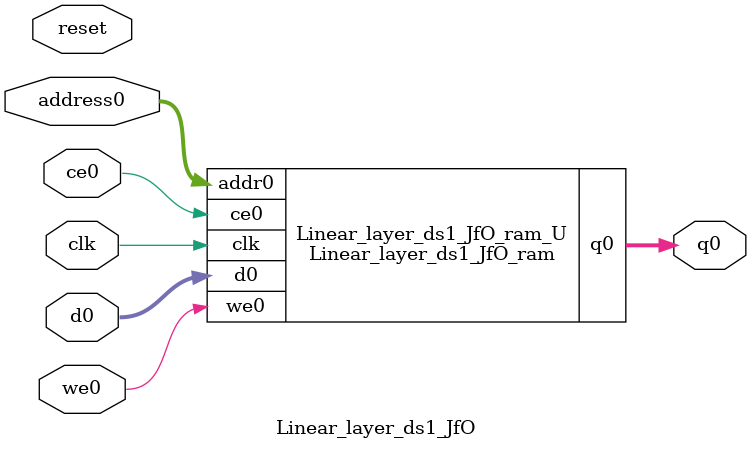
<source format=v>
`timescale 1 ns / 1 ps
module Linear_layer_ds1_JfO_ram (addr0, ce0, d0, we0, q0,  clk);

parameter DWIDTH = 32;
parameter AWIDTH = 12;
parameter MEM_SIZE = 3072;

input[AWIDTH-1:0] addr0;
input ce0;
input[DWIDTH-1:0] d0;
input we0;
output reg[DWIDTH-1:0] q0;
input clk;

(* ram_style = "block" *)reg [DWIDTH-1:0] ram[0:MEM_SIZE-1];




always @(posedge clk)  
begin 
    if (ce0) begin
        if (we0) 
            ram[addr0] <= d0; 
        q0 <= ram[addr0];
    end
end


endmodule

`timescale 1 ns / 1 ps
module Linear_layer_ds1_JfO(
    reset,
    clk,
    address0,
    ce0,
    we0,
    d0,
    q0);

parameter DataWidth = 32'd32;
parameter AddressRange = 32'd3072;
parameter AddressWidth = 32'd12;
input reset;
input clk;
input[AddressWidth - 1:0] address0;
input ce0;
input we0;
input[DataWidth - 1:0] d0;
output[DataWidth - 1:0] q0;



Linear_layer_ds1_JfO_ram Linear_layer_ds1_JfO_ram_U(
    .clk( clk ),
    .addr0( address0 ),
    .ce0( ce0 ),
    .we0( we0 ),
    .d0( d0 ),
    .q0( q0 ));

endmodule


</source>
